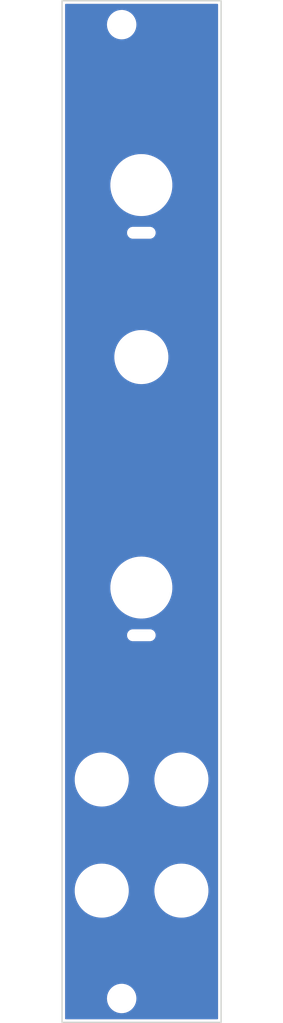
<source format=kicad_pcb>
(kicad_pcb (version 20211014) (generator pcbnew)
  (title_block (title "Panel for Eurorack Audiout Module") (date "2022-03-20") (rev "1.3") (company "Len Popp") (comment 1 "Copyright © 2022 Len Popp CC BY") (comment 2 "4 HP") (comment 3 "Mounting holes match Delptronics panels"))
  (layers (0 "F.Cu" signal) (31 "B.Cu" signal) (34 "B.Paste" user) (35 "F.Paste" user) (36 "B.SilkS" user "B.Silkscreen") (37 "F.SilkS" user "F.Silkscreen") (38 "B.Mask" user) (39 "F.Mask" user) (44 "Edge.Cuts" user))
  (net 0 "")
  (footprint "-lmp-holes:MountingHole_Jack_3.5mm_PJ398" (layer "F.Cu") (at 149.973 94.818)
    (fp_text reference "REF**" hide)
    (fp_text value "MountingHole_Jack_3.5mm_PJ398")
    (pad "" np_thru_hole circle locked (at 0 0) (size 6.3 6.3) (drill 6.3) (layers *.Cu *.Mask))
  )
  (footprint "-lmp-holes:MountingHole_Jack_3.5mm_PJ398" (layer "F.Cu") (at 155.01 147.958)
    (fp_text reference "REF**" hide)
    (fp_text value "MountingHole_Jack_3.5mm_PJ398")
    (pad "" np_thru_hole circle locked (at 0 0) (size 6.3 6.3) (drill 6.3) (layers *.Cu *.Mask))
  )
  (footprint "-lmp-holes:MountingHole_Pot_Alpha" (layer "F.Cu") (at 149.973 73.18)
    (fp_text reference "REF**" hide)
    (fp_text value "MountingHole_Pot_Alpha")
    (pad "" np_thru_hole circle (at 0 0) (size 7.3 7.3) (drill 7.3) (layers *.Cu *.Mask))
    (pad "" np_thru_hole oval (at 0 6) (size 3.1 1) (drill oval 3.1 1) (layers F&B.Cu *.Mask))
  )
  (footprint "-lmp-holes:MountingHole_Panel_3.2mm_M3" (layer "F.Cu") (at 147.5 53)
    (fp_text reference "REF**" hide)
    (fp_text value "MountingHole_Panel_3.2mm_M3")
    (pad "" np_thru_hole circle locked (at 0 0) (size 3.2 3.2) (drill 3.2) (layers *.Cu *.Mask))
  )
  (footprint "-lmp-holes:MountingHole_Panel_3.2mm_M3" (layer "F.Cu") (at 147.5 175.5)
    (fp_text reference "REF**" hide)
    (fp_text value "MountingHole_Panel_3.2mm_M3")
    (pad "" np_thru_hole circle locked (at 0 0) (size 3.2 3.2) (drill 3.2) (layers *.Cu *.Mask))
  )
  (footprint "-lmp-holes:MountingHole_Jack_3.5mm_PJ398" (layer "F.Cu") (at 155.01 161.934)
    (fp_text reference "REF**" hide)
    (fp_text value "MountingHole_Jack_3.5mm_PJ398")
    (pad "" np_thru_hole circle locked (at 0 0) (size 6.3 6.3) (drill 6.3) (layers *.Cu *.Mask))
  )
  (footprint "-lmp-holes:MountingHole_Pot_Alpha" (layer "F.Cu") (at 149.973 123.81)
    (fp_text reference "REF**" hide)
    (fp_text value "MountingHole_Pot_Alpha")
    (pad "" np_thru_hole oval (at 0 6) (size 3.1 1) (drill oval 3.1 1) (layers F&B.Cu *.Mask))
    (pad "" np_thru_hole circle (at 0 0) (size 7.3 7.3) (drill 7.3) (layers *.Cu *.Mask))
  )
  (footprint "-lmp-holes:MountingHole_Jack_3.5mm_PJ398" (layer "F.Cu") (at 144.99 147.958)
    (fp_text reference "REF**" hide)
    (fp_text value "MountingHole_Jack_3.5mm_PJ398")
    (pad "" np_thru_hole circle locked (at 0 0) (size 6.3 6.3) (drill 6.3) (layers *.Cu *.Mask))
  )
  (footprint "-lmp-holes:MountingHole_Jack_3.5mm_PJ398" (layer "F.Cu") (at 144.99 161.934)
    (fp_text reference "REF**" hide)
    (fp_text value "MountingHole_Jack_3.5mm_PJ398")
    (pad "" np_thru_hole circle locked (at 0 0) (size 6.3 6.3) (drill 6.3) (layers *.Cu *.Mask))
  )
  (gr_line (start 139.999999 50.000002) (end 160.00001 50.000002) (layer "Edge.Cuts") (width 0.1524))
  (gr_line (start 160.00001 178.499999) (end 139.999999 178.499999) (layer "Edge.Cuts") (width 0.1524))
  (gr_line (start 160.00001 50.000002) (end 160.00001 178.499999) (layer "Edge.Cuts") (width 0.1524))
  (gr_line (start 139.999999 178.499999) (end 139.999999 50.000002) (layer "Edge.Cuts") (width 0.1524))
  (zone (net 0) (net_name "") (layer "F.Cu") (connect_pads (clearance 0.2032)) (min_thickness 0.2032) (fill yes (thermal_gap 0.508) (thermal_bridge_width 0.508))
    (polygon (pts (xy 160.1 178.6) (xy 139.9 178.6) (xy 139.9 49.9) (xy 160.1 49.9)))
  )
  (zone (net 0) (net_name "") (layer "B.Cu") (connect_pads (clearance 0.2032)) (min_thickness 0.2032) (fill yes (thermal_gap 0.508) (thermal_bridge_width 0.508))
    (polygon (pts (xy 160.1 178.6) (xy 139.9 178.6) (xy 139.9 49.9) (xy 160.1 49.9)))
  )
)
</source>
